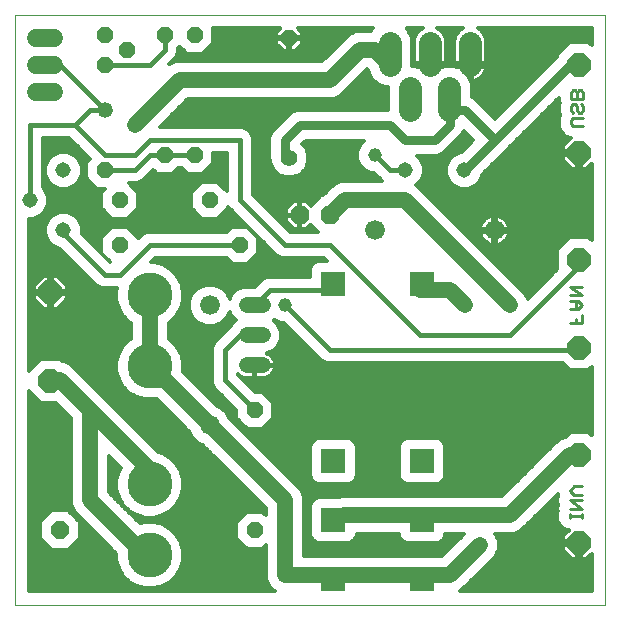
<source format=gbl>
G75*
G70*
%OFA0B0*%
%FSLAX24Y24*%
%IPPOS*%
%LPD*%
%AMOC8*
5,1,8,0,0,1.08239X$1,22.5*
%
%ADD10C,0.0000*%
%ADD11C,0.0090*%
%ADD12C,0.0520*%
%ADD13OC8,0.0520*%
%ADD14OC8,0.0768*%
%ADD15OC8,0.0600*%
%ADD16C,0.1500*%
%ADD17C,0.0660*%
%ADD18R,0.0827X0.0827*%
%ADD19OC8,0.0630*%
%ADD20C,0.0560*%
%ADD21OC8,0.0560*%
%ADD22C,0.0515*%
%ADD23C,0.0750*%
%ADD24C,0.0600*%
%ADD25C,0.0520*%
%ADD26C,0.0150*%
%ADD27C,0.0120*%
%ADD28C,0.0460*%
%ADD29C,0.0540*%
%ADD30C,0.0300*%
D10*
X000776Y000605D02*
X000776Y020290D01*
X020461Y020290D01*
X020461Y000605D01*
X000776Y000605D01*
D11*
X019271Y003522D02*
X019271Y003659D01*
X019271Y003590D02*
X019681Y003590D01*
X019681Y003522D02*
X019681Y003659D01*
X019681Y003829D02*
X019271Y004102D01*
X019681Y004102D01*
X019681Y004289D02*
X019408Y004289D01*
X019271Y004426D01*
X019408Y004563D01*
X019681Y004563D01*
X019681Y003829D02*
X019271Y003829D01*
X019271Y010019D02*
X019681Y010019D01*
X019681Y010292D01*
X019545Y010479D02*
X019681Y010616D01*
X019545Y010752D01*
X019271Y010752D01*
X019271Y010939D02*
X019681Y010939D01*
X019271Y011213D01*
X019681Y011213D01*
X019476Y010752D02*
X019476Y010479D01*
X019545Y010479D02*
X019271Y010479D01*
X019476Y010155D02*
X019476Y010019D01*
X019389Y016569D02*
X019321Y016637D01*
X019321Y016774D01*
X019389Y016842D01*
X019731Y016842D01*
X019663Y017029D02*
X019595Y017029D01*
X019526Y017097D01*
X019526Y017234D01*
X019458Y017302D01*
X019389Y017302D01*
X019321Y017234D01*
X019321Y017097D01*
X019389Y017029D01*
X019663Y017029D02*
X019731Y017097D01*
X019731Y017234D01*
X019663Y017302D01*
X019731Y017489D02*
X019731Y017694D01*
X019663Y017763D01*
X019595Y017763D01*
X019526Y017694D01*
X019526Y017489D01*
X019321Y017489D02*
X019321Y017694D01*
X019389Y017763D01*
X019458Y017763D01*
X019526Y017694D01*
X019321Y017489D02*
X019731Y017489D01*
X019731Y016569D02*
X019389Y016569D01*
D12*
X009036Y010605D02*
X008516Y010605D01*
X008516Y009605D02*
X009036Y009605D01*
X009036Y008605D02*
X008516Y008605D01*
D13*
X008776Y007105D03*
X008776Y003105D03*
X008276Y012605D03*
X007276Y014105D03*
X006776Y015605D03*
X005776Y015605D03*
X004276Y014105D03*
X003776Y015105D03*
X004276Y012605D03*
X003776Y018605D03*
X004526Y019105D03*
X003776Y019605D03*
X005776Y019605D03*
X006776Y019605D03*
D14*
X001965Y011034D03*
X001965Y008081D03*
X019587Y009176D03*
X019587Y012128D03*
X019587Y015676D03*
X019587Y018628D03*
X019587Y005628D03*
X019587Y002676D03*
D15*
X002276Y003105D03*
D16*
X005276Y002274D03*
X005276Y004636D03*
X005276Y008573D03*
X005276Y010935D03*
D17*
X007276Y010605D03*
X007276Y006605D03*
X012776Y013105D03*
X016776Y013105D03*
D18*
X014351Y011317D03*
X011398Y011317D03*
X011398Y005412D03*
X011398Y003443D03*
X011398Y001475D03*
X014351Y001475D03*
X014351Y003443D03*
X014351Y005412D03*
D19*
X011276Y013605D03*
X010276Y013605D03*
D20*
X009926Y015505D03*
D21*
X009926Y019505D03*
D22*
X013792Y015105D03*
X015760Y015105D03*
X002398Y015105D03*
X001276Y014105D03*
X002398Y013105D03*
D23*
X013276Y018605D02*
X013276Y019355D01*
X014616Y019355D02*
X014616Y018605D01*
X013946Y017855D02*
X013946Y017105D01*
X015266Y017105D02*
X015266Y017855D01*
X015956Y018605D02*
X015956Y019355D01*
D24*
X002076Y019505D02*
X001476Y019505D01*
X001476Y018605D02*
X002076Y018605D01*
X002076Y017705D02*
X001476Y017705D01*
D25*
X003776Y017105D03*
D26*
X002276Y018605D01*
X001776Y018605D01*
X003276Y017105D02*
X003776Y017105D01*
X003276Y017105D02*
X002776Y016605D01*
X003776Y015605D01*
X004776Y015605D01*
X005276Y016105D01*
X008276Y016105D01*
X008276Y014105D01*
X009776Y012605D01*
X011276Y012605D01*
X014276Y009605D01*
X017276Y009605D01*
X019776Y012105D01*
X019587Y012128D01*
X019587Y009176D02*
X019276Y009105D01*
X011276Y009105D01*
X009776Y010605D01*
X009276Y011105D02*
X011276Y011105D01*
X011398Y011317D01*
X009276Y011105D02*
X008776Y010605D01*
X008776Y009605D02*
X008276Y009605D01*
X007776Y009105D01*
X007776Y008105D01*
X008776Y007105D01*
X004276Y011605D02*
X005276Y012605D01*
X008276Y012605D01*
X006776Y015605D02*
X005776Y015605D01*
X005276Y015605D01*
X004776Y015105D01*
X003776Y015105D01*
X002776Y016605D02*
X001276Y016605D01*
X001276Y014105D01*
X002276Y013105D02*
X002398Y013105D01*
X002276Y013105D02*
X003776Y011605D01*
X004276Y011605D01*
X003776Y018605D02*
X005276Y018605D01*
X005776Y019105D01*
X005776Y019605D01*
X012776Y015605D02*
X013276Y015105D01*
X013792Y015105D01*
D27*
X014378Y015304D02*
X015175Y015304D01*
X015143Y015228D02*
X015143Y014982D01*
X015237Y014755D01*
X015411Y014581D01*
X015637Y014487D01*
X015883Y014487D01*
X016110Y014581D01*
X016284Y014755D01*
X016378Y014982D01*
X016378Y014985D01*
X017208Y015816D01*
X018916Y017524D01*
X018916Y017409D01*
X018936Y017362D01*
X018916Y017315D01*
X018916Y017178D01*
X018916Y017017D01*
X018950Y016936D01*
X018916Y016854D01*
X018916Y016693D01*
X018916Y016556D01*
X018978Y016408D01*
X019092Y016294D01*
X019160Y016225D01*
X019307Y016164D01*
X019043Y015901D01*
X019043Y015736D01*
X019527Y015736D01*
X019527Y015616D01*
X019043Y015616D01*
X019043Y015450D01*
X019362Y015132D01*
X019527Y015132D01*
X019527Y015615D01*
X019647Y015615D01*
X019647Y015132D01*
X019812Y015132D01*
X020001Y015321D01*
X020001Y012766D01*
X019895Y012872D01*
X019279Y012872D01*
X018843Y012436D01*
X018843Y011820D01*
X018860Y011804D01*
X017871Y010815D01*
X017810Y010962D01*
X014310Y014462D01*
X014166Y014606D01*
X014315Y014755D01*
X014409Y014982D01*
X014409Y015228D01*
X014315Y015454D01*
X014175Y015595D01*
X014675Y015595D01*
X014878Y015595D01*
X015065Y015672D01*
X015565Y016172D01*
X015708Y016316D01*
X015748Y016412D01*
X016055Y016105D01*
X015672Y015722D01*
X015637Y015722D01*
X015411Y015628D01*
X015237Y015454D01*
X015143Y015228D01*
X015143Y015186D02*
X014409Y015186D01*
X014409Y015067D02*
X015143Y015067D01*
X015157Y014948D02*
X014395Y014948D01*
X014346Y014830D02*
X015206Y014830D01*
X015280Y014711D02*
X014272Y014711D01*
X014179Y014593D02*
X015399Y014593D01*
X014772Y014000D02*
X020001Y014000D01*
X020001Y013882D02*
X014890Y013882D01*
X015009Y013763D02*
X020001Y013763D01*
X020001Y013644D02*
X015127Y013644D01*
X015246Y013526D02*
X016524Y013526D01*
X016519Y013524D02*
X016457Y013478D01*
X016402Y013424D01*
X016357Y013362D01*
X016322Y013293D01*
X016298Y013219D01*
X016288Y013155D01*
X016726Y013155D01*
X016726Y013593D01*
X016661Y013583D01*
X016588Y013559D01*
X016519Y013524D01*
X016390Y013407D02*
X015364Y013407D01*
X015483Y013289D02*
X016321Y013289D01*
X016290Y013170D02*
X015601Y013170D01*
X015720Y013052D02*
X016288Y013052D01*
X016288Y013055D02*
X016298Y012990D01*
X016322Y012917D01*
X016357Y012848D01*
X016402Y012786D01*
X016457Y012731D01*
X016519Y012686D01*
X016588Y012651D01*
X016661Y012627D01*
X016726Y012617D01*
X016726Y013054D01*
X016826Y013054D01*
X016826Y012617D01*
X016891Y012627D01*
X016964Y012651D01*
X017033Y012686D01*
X017095Y012731D01*
X017150Y012786D01*
X017195Y012848D01*
X017230Y012917D01*
X017254Y012990D01*
X017264Y013055D01*
X016826Y013055D01*
X016826Y013155D01*
X016726Y013155D01*
X016726Y013055D01*
X016288Y013055D01*
X016317Y012933D02*
X015838Y012933D01*
X015957Y012815D02*
X016381Y012815D01*
X016505Y012696D02*
X016076Y012696D01*
X016194Y012578D02*
X018984Y012578D01*
X018866Y012459D02*
X016313Y012459D01*
X016431Y012341D02*
X018843Y012341D01*
X018843Y012222D02*
X016550Y012222D01*
X016668Y012103D02*
X018843Y012103D01*
X018843Y011985D02*
X016787Y011985D01*
X016905Y011866D02*
X018843Y011866D01*
X018804Y011748D02*
X017024Y011748D01*
X017142Y011629D02*
X018685Y011629D01*
X018567Y011511D02*
X017261Y011511D01*
X017380Y011392D02*
X018448Y011392D01*
X018330Y011274D02*
X017498Y011274D01*
X017617Y011155D02*
X018211Y011155D01*
X018093Y011037D02*
X017735Y011037D01*
X017828Y010918D02*
X017974Y010918D01*
X017047Y012696D02*
X019103Y012696D01*
X019221Y012815D02*
X017171Y012815D01*
X017236Y012933D02*
X020001Y012933D01*
X020001Y012815D02*
X019953Y012815D01*
X020001Y013052D02*
X017264Y013052D01*
X017264Y013155D02*
X017254Y013219D01*
X017230Y013293D01*
X017195Y013362D01*
X017150Y013424D01*
X017095Y013478D01*
X017033Y013524D01*
X016964Y013559D01*
X016891Y013583D01*
X016826Y013593D01*
X016826Y013155D01*
X017264Y013155D01*
X017262Y013170D02*
X020001Y013170D01*
X020001Y013289D02*
X017231Y013289D01*
X017162Y013407D02*
X020001Y013407D01*
X020001Y013526D02*
X017029Y013526D01*
X016826Y013526D02*
X016726Y013526D01*
X016726Y013407D02*
X016826Y013407D01*
X016826Y013289D02*
X016726Y013289D01*
X016726Y013170D02*
X016826Y013170D01*
X016826Y013052D02*
X016726Y013052D01*
X016726Y012933D02*
X016826Y012933D01*
X016826Y012815D02*
X016726Y012815D01*
X016726Y012696D02*
X016826Y012696D01*
X016122Y014593D02*
X020001Y014593D01*
X020001Y014711D02*
X016240Y014711D01*
X016315Y014830D02*
X020001Y014830D01*
X020001Y014948D02*
X016364Y014948D01*
X016460Y015067D02*
X020001Y015067D01*
X020001Y015186D02*
X019866Y015186D01*
X019985Y015304D02*
X020001Y015304D01*
X019647Y015304D02*
X019527Y015304D01*
X019527Y015186D02*
X019647Y015186D01*
X019647Y015423D02*
X019527Y015423D01*
X019527Y015541D02*
X019647Y015541D01*
X019527Y015660D02*
X017052Y015660D01*
X016934Y015541D02*
X019043Y015541D01*
X019071Y015423D02*
X016815Y015423D01*
X016697Y015304D02*
X019189Y015304D01*
X019308Y015186D02*
X016578Y015186D01*
X017171Y015778D02*
X019043Y015778D01*
X019043Y015897D02*
X017289Y015897D01*
X017408Y016015D02*
X019158Y016015D01*
X019276Y016134D02*
X017526Y016134D01*
X017645Y016252D02*
X019133Y016252D01*
X019014Y016371D02*
X017764Y016371D01*
X017882Y016490D02*
X018944Y016490D01*
X018916Y016608D02*
X018001Y016608D01*
X018119Y016727D02*
X018916Y016727D01*
X018916Y016845D02*
X018238Y016845D01*
X018356Y016964D02*
X018938Y016964D01*
X018916Y017082D02*
X018475Y017082D01*
X018593Y017201D02*
X018916Y017201D01*
X018918Y017319D02*
X018712Y017319D01*
X018830Y017438D02*
X018916Y017438D01*
X018099Y018149D02*
X016239Y018149D01*
X016236Y018147D02*
X016305Y018197D01*
X016364Y018256D01*
X016414Y018324D01*
X016452Y018399D01*
X016478Y018479D01*
X016488Y018545D01*
X016016Y018545D01*
X016016Y018665D01*
X016491Y018665D01*
X016491Y019397D01*
X016478Y019480D01*
X016452Y019560D01*
X016414Y019635D01*
X016364Y019703D01*
X016305Y019763D01*
X016236Y019812D01*
X016202Y019830D01*
X020001Y019830D01*
X020001Y019266D01*
X019895Y019372D01*
X019279Y019372D01*
X018843Y018936D01*
X018843Y018893D01*
X016776Y016826D01*
X016208Y017394D01*
X016065Y017537D01*
X016001Y017564D01*
X016001Y018001D01*
X015896Y018254D01*
X015896Y018545D01*
X015521Y018545D01*
X015412Y018590D01*
X015120Y018590D01*
X015011Y018545D01*
X014676Y018545D01*
X014676Y018665D01*
X015151Y018665D01*
X015151Y019397D01*
X015138Y019480D01*
X015112Y019560D01*
X015074Y019635D01*
X015024Y019703D01*
X014965Y019763D01*
X014896Y019812D01*
X014862Y019830D01*
X015710Y019830D01*
X015676Y019812D01*
X015608Y019763D01*
X015548Y019703D01*
X015499Y019635D01*
X015460Y019560D01*
X015434Y019480D01*
X015421Y019397D01*
X015421Y018665D01*
X015896Y018665D01*
X015896Y018545D01*
X016016Y018545D01*
X016016Y018073D01*
X016081Y018083D01*
X016161Y018109D01*
X016236Y018147D01*
X016372Y018268D02*
X018218Y018268D01*
X018336Y018386D02*
X016445Y018386D01*
X016482Y018505D02*
X018455Y018505D01*
X018573Y018623D02*
X016016Y018623D01*
X016016Y018505D02*
X015896Y018505D01*
X015896Y018623D02*
X014676Y018623D01*
X014556Y018623D02*
X014011Y018623D01*
X014011Y018590D02*
X014011Y019501D01*
X013899Y019771D01*
X013840Y019830D01*
X014370Y019830D01*
X014336Y019812D01*
X014268Y019763D01*
X014208Y019703D01*
X014159Y019635D01*
X014120Y019560D01*
X014094Y019480D01*
X014081Y019397D01*
X014081Y018665D01*
X014556Y018665D01*
X014556Y018545D01*
X014201Y018545D01*
X014092Y018590D01*
X014011Y018590D01*
X014011Y018742D02*
X014081Y018742D01*
X014081Y018860D02*
X014011Y018860D01*
X014011Y018979D02*
X014081Y018979D01*
X014081Y019097D02*
X014011Y019097D01*
X014011Y019216D02*
X014081Y019216D01*
X014081Y019335D02*
X014011Y019335D01*
X014011Y019453D02*
X014090Y019453D01*
X014126Y019572D02*
X013982Y019572D01*
X013933Y019690D02*
X014199Y019690D01*
X014331Y019809D02*
X013861Y019809D01*
X014901Y019809D02*
X015671Y019809D01*
X015539Y019690D02*
X015034Y019690D01*
X015106Y019572D02*
X015466Y019572D01*
X015430Y019453D02*
X015142Y019453D01*
X015151Y019335D02*
X015421Y019335D01*
X015421Y019216D02*
X015151Y019216D01*
X015151Y019097D02*
X015421Y019097D01*
X015421Y018979D02*
X015151Y018979D01*
X015151Y018860D02*
X015421Y018860D01*
X015421Y018742D02*
X015151Y018742D01*
X015896Y018386D02*
X016016Y018386D01*
X016016Y018268D02*
X015896Y018268D01*
X015940Y018149D02*
X016016Y018149D01*
X015989Y018031D02*
X017981Y018031D01*
X017862Y017912D02*
X016001Y017912D01*
X016001Y017794D02*
X017744Y017794D01*
X017625Y017675D02*
X016001Y017675D01*
X016018Y017556D02*
X017507Y017556D01*
X017388Y017438D02*
X016164Y017438D01*
X016283Y017319D02*
X017269Y017319D01*
X017151Y017201D02*
X016401Y017201D01*
X016520Y017082D02*
X017032Y017082D01*
X016914Y016964D02*
X016638Y016964D01*
X016757Y016845D02*
X016795Y016845D01*
X016026Y016134D02*
X015526Y016134D01*
X015408Y016015D02*
X015965Y016015D01*
X015847Y015897D02*
X015289Y015897D01*
X015171Y015778D02*
X015728Y015778D01*
X015487Y015660D02*
X015034Y015660D01*
X015224Y015423D02*
X014328Y015423D01*
X014229Y015541D02*
X015324Y015541D01*
X015645Y016252D02*
X015907Y016252D01*
X015789Y016371D02*
X015731Y016371D01*
X014297Y014474D02*
X020001Y014474D01*
X020001Y014356D02*
X014416Y014356D01*
X014534Y014237D02*
X020001Y014237D01*
X020001Y014119D02*
X014653Y014119D01*
X013033Y014735D02*
X011901Y014735D01*
X011651Y014735D01*
X011419Y014639D01*
X011060Y014280D01*
X010996Y014280D01*
X010635Y013918D01*
X010473Y014080D01*
X010296Y014080D01*
X010296Y013625D01*
X010256Y013625D01*
X010256Y014080D01*
X010079Y014080D01*
X009801Y013801D01*
X009801Y013625D01*
X010256Y013625D01*
X010256Y013585D01*
X009801Y013585D01*
X009801Y013408D01*
X010079Y013130D01*
X010256Y013130D01*
X010256Y013584D01*
X010296Y013584D01*
X010296Y013130D01*
X010473Y013130D01*
X010635Y013292D01*
X010887Y013040D01*
X009956Y013040D01*
X008711Y014285D01*
X008711Y016018D01*
X008711Y016191D01*
X008645Y016351D01*
X008522Y016473D01*
X008363Y016540D01*
X005602Y016540D01*
X006537Y017475D01*
X011151Y017475D01*
X011401Y017475D01*
X011633Y017571D01*
X012526Y018464D01*
X012548Y018442D01*
X012653Y018188D01*
X012860Y017982D01*
X013130Y017870D01*
X013211Y017870D01*
X013211Y017115D01*
X013175Y017115D01*
X010175Y017115D01*
X009987Y017037D01*
X009844Y016894D01*
X009344Y016394D01*
X009266Y016206D01*
X009266Y016003D01*
X009266Y015655D01*
X009256Y015604D01*
X009266Y015554D01*
X009266Y015503D01*
X009286Y015456D01*
X009286Y015454D01*
X009286Y015377D01*
X009384Y015142D01*
X009564Y014962D01*
X009799Y014865D01*
X010053Y014865D01*
X010289Y014962D01*
X010469Y015142D01*
X010566Y015377D01*
X010566Y015632D01*
X010469Y015867D01*
X010364Y015972D01*
X010487Y016095D01*
X012432Y016095D01*
X012276Y015939D01*
X012186Y015722D01*
X012186Y015487D01*
X012276Y015271D01*
X012442Y015105D01*
X012659Y015015D01*
X012751Y015015D01*
X012907Y014858D01*
X013030Y014736D01*
X013033Y014735D01*
X012936Y014830D02*
X008711Y014830D01*
X008711Y014948D02*
X009597Y014948D01*
X009459Y015067D02*
X008711Y015067D01*
X008711Y015186D02*
X009366Y015186D01*
X009316Y015304D02*
X008711Y015304D01*
X008711Y015423D02*
X009286Y015423D01*
X009266Y015541D02*
X008711Y015541D01*
X008711Y015660D02*
X009266Y015660D01*
X009266Y015778D02*
X008711Y015778D01*
X008711Y015897D02*
X009266Y015897D01*
X009266Y016015D02*
X008711Y016015D01*
X008711Y016134D02*
X009266Y016134D01*
X009285Y016252D02*
X008686Y016252D01*
X008625Y016371D02*
X009334Y016371D01*
X009440Y016490D02*
X008484Y016490D01*
X007841Y015670D02*
X007841Y014416D01*
X007533Y014725D01*
X007019Y014725D01*
X006656Y014361D01*
X006656Y013848D01*
X007019Y013485D01*
X007533Y013485D01*
X007896Y013848D01*
X007896Y013886D01*
X007907Y013858D01*
X008030Y013736D01*
X009530Y012236D01*
X009689Y012170D01*
X009863Y012170D01*
X011096Y012170D01*
X011175Y012091D01*
X010913Y012091D01*
X010781Y012036D01*
X010680Y011935D01*
X010625Y011802D01*
X010625Y011540D01*
X009189Y011540D01*
X009030Y011473D01*
X008907Y011351D01*
X008781Y011225D01*
X008393Y011225D01*
X008165Y011130D01*
X007990Y010956D01*
X007934Y010819D01*
X007861Y010996D01*
X007667Y011190D01*
X007413Y011295D01*
X007139Y011295D01*
X006885Y011190D01*
X006691Y010996D01*
X006586Y010742D01*
X006586Y010467D01*
X006691Y010214D01*
X006885Y010020D01*
X007139Y009915D01*
X007413Y009915D01*
X007667Y010020D01*
X007861Y010214D01*
X007934Y010390D01*
X007990Y010254D01*
X008139Y010105D01*
X007990Y009956D01*
X007975Y009919D01*
X007907Y009851D01*
X005906Y009851D01*
X005906Y009733D02*
X007789Y009733D01*
X007907Y009851D02*
X007407Y009351D01*
X007341Y009191D01*
X007341Y009018D01*
X007341Y008018D01*
X007407Y007858D01*
X007530Y007736D01*
X008156Y007110D01*
X008156Y006848D01*
X008519Y006485D01*
X009033Y006485D01*
X009396Y006848D01*
X009396Y007361D01*
X009033Y007725D01*
X008771Y007725D01*
X008211Y008285D01*
X008211Y008316D01*
X008242Y008284D01*
X008296Y008246D01*
X008355Y008216D01*
X008418Y008195D01*
X008483Y008185D01*
X008756Y008185D01*
X008756Y008584D01*
X008796Y008584D01*
X008796Y008185D01*
X009069Y008185D01*
X009134Y008195D01*
X009197Y008216D01*
X009256Y008246D01*
X009310Y008284D01*
X009356Y008331D01*
X009395Y008385D01*
X009425Y008443D01*
X009446Y008506D01*
X009456Y008572D01*
X009456Y008585D01*
X008796Y008585D01*
X008796Y008625D01*
X009456Y008625D01*
X009456Y008638D01*
X009446Y008703D01*
X009425Y008766D01*
X009395Y008825D01*
X009356Y008878D01*
X009310Y008925D01*
X009256Y008964D01*
X009197Y008994D01*
X009188Y008997D01*
X009387Y009079D01*
X009562Y009254D01*
X009656Y009481D01*
X009656Y009728D01*
X009562Y009956D01*
X009413Y010105D01*
X009427Y010119D01*
X009442Y010105D01*
X009659Y010015D01*
X009751Y010015D01*
X011030Y008736D01*
X011189Y008670D01*
X011363Y008670D01*
X019041Y008670D01*
X019279Y008432D01*
X019895Y008432D01*
X020001Y008538D01*
X020001Y006266D01*
X019895Y006372D01*
X019279Y006372D01*
X019135Y006228D01*
X019128Y006225D01*
X019103Y006223D01*
X019013Y006178D01*
X018919Y006139D01*
X018902Y006121D01*
X018880Y006110D01*
X018814Y006033D01*
X017015Y004235D01*
X014401Y004235D01*
X014388Y004235D01*
X014375Y004239D01*
X014263Y004235D01*
X011898Y004235D01*
X011894Y004236D01*
X011773Y004235D01*
X011651Y004235D01*
X011647Y004233D01*
X011644Y004233D01*
X011605Y004217D01*
X010913Y004217D01*
X010781Y004162D01*
X010680Y004061D01*
X010625Y003928D01*
X010625Y002958D01*
X010680Y002826D01*
X010781Y002725D01*
X010913Y002670D01*
X011883Y002670D01*
X012015Y002725D01*
X012117Y002826D01*
X012171Y002958D01*
X012171Y002975D01*
X013577Y002975D01*
X013577Y002958D01*
X013632Y002826D01*
X013734Y002725D01*
X013866Y002670D01*
X014836Y002670D01*
X014968Y002725D01*
X015069Y002826D01*
X015124Y002958D01*
X015124Y002975D01*
X015755Y002975D01*
X015015Y002235D01*
X014868Y002235D01*
X014836Y002248D01*
X013866Y002248D01*
X013833Y002235D01*
X011916Y002235D01*
X011883Y002248D01*
X010913Y002248D01*
X010881Y002235D01*
X010406Y002235D01*
X010406Y004230D01*
X010310Y004462D01*
X010133Y004639D01*
X007921Y006851D01*
X007861Y006996D01*
X007667Y007190D01*
X007522Y007250D01*
X006377Y008394D01*
X006386Y008427D01*
X006386Y008719D01*
X006310Y009002D01*
X006164Y009255D01*
X005958Y009461D01*
X005906Y009491D01*
X005906Y010017D01*
X005958Y010047D01*
X006164Y010254D01*
X006310Y010507D01*
X006386Y010789D01*
X006386Y011082D01*
X006310Y011364D01*
X006164Y011617D01*
X005958Y011824D01*
X005704Y011970D01*
X005422Y012045D01*
X005332Y012045D01*
X005456Y012170D01*
X007834Y012170D01*
X008019Y011985D01*
X005648Y011985D01*
X005884Y011866D02*
X010651Y011866D01*
X010625Y011748D02*
X006033Y011748D01*
X006152Y011629D02*
X010625Y011629D01*
X010730Y011985D02*
X008533Y011985D01*
X008896Y012348D01*
X008896Y012861D01*
X008533Y013225D01*
X008019Y013225D01*
X007834Y013040D01*
X005189Y013040D01*
X005030Y012973D01*
X004907Y012851D01*
X004896Y012840D01*
X004896Y012861D01*
X004533Y013225D01*
X004019Y013225D01*
X003656Y012861D01*
X003656Y012348D01*
X003964Y012040D01*
X003956Y012040D01*
X003015Y012981D01*
X003016Y012982D01*
X003016Y013228D01*
X002922Y013454D01*
X002748Y013628D01*
X002521Y013722D01*
X002275Y013722D01*
X002048Y013628D01*
X001875Y013454D01*
X001781Y013228D01*
X001781Y012982D01*
X001875Y012755D01*
X002048Y012581D01*
X002275Y012487D01*
X002278Y012487D01*
X003530Y011236D01*
X003689Y011170D01*
X003863Y011170D01*
X004189Y011170D01*
X004190Y011170D01*
X004166Y011082D01*
X004166Y010789D01*
X004242Y010507D01*
X004388Y010254D01*
X004594Y010047D01*
X004646Y010017D01*
X004646Y009491D01*
X004594Y009461D01*
X004388Y009255D01*
X004242Y009002D01*
X004166Y008719D01*
X004166Y008427D01*
X004242Y008145D01*
X004388Y007892D01*
X004594Y007685D01*
X004848Y007539D01*
X005130Y007463D01*
X005422Y007463D01*
X005465Y007475D01*
X005515Y007475D01*
X006631Y006359D01*
X006691Y006214D01*
X006885Y006020D01*
X007030Y005960D01*
X009146Y003844D01*
X009146Y003611D01*
X009033Y003725D01*
X008519Y003725D01*
X008156Y003361D01*
X008156Y002848D01*
X008519Y002485D01*
X009033Y002485D01*
X009146Y002598D01*
X009146Y001730D01*
X009146Y001479D01*
X009242Y001248D01*
X009419Y001071D01*
X009434Y001065D01*
X001236Y001065D01*
X001236Y007758D01*
X001657Y007337D01*
X002153Y007337D01*
X002646Y006844D01*
X002646Y003979D01*
X002742Y003748D01*
X002919Y003571D01*
X004166Y002324D01*
X004166Y002128D01*
X004242Y001846D01*
X004388Y001592D01*
X004594Y001386D01*
X004848Y001240D01*
X005130Y001164D01*
X005422Y001164D01*
X005704Y001240D01*
X005958Y001386D01*
X006164Y001592D01*
X006310Y001846D01*
X006386Y002128D01*
X006386Y002420D01*
X006310Y002702D01*
X006164Y002956D01*
X005958Y003162D01*
X005704Y003308D01*
X005422Y003384D01*
X005130Y003384D01*
X004939Y003333D01*
X003906Y004366D01*
X003906Y005584D01*
X004309Y005181D01*
X004242Y005065D01*
X004166Y004782D01*
X004166Y004490D01*
X004242Y004208D01*
X004388Y003955D01*
X004594Y003748D01*
X004848Y003602D01*
X005130Y003526D01*
X005422Y003526D01*
X005704Y003602D01*
X005958Y003748D01*
X006164Y003955D01*
X006310Y004208D01*
X006386Y004490D01*
X006386Y004782D01*
X006310Y005065D01*
X006164Y005318D01*
X005958Y005524D01*
X005704Y005671D01*
X005563Y005708D01*
X003810Y007462D01*
X003633Y007639D01*
X002793Y008479D01*
X002782Y008501D01*
X002705Y008567D01*
X002633Y008639D01*
X002610Y008648D01*
X002591Y008664D01*
X002495Y008696D01*
X002401Y008735D01*
X002377Y008735D01*
X002357Y008741D01*
X002273Y008825D01*
X001657Y008825D01*
X001236Y008404D01*
X001236Y013487D01*
X001399Y013487D01*
X001626Y013581D01*
X001799Y013755D01*
X001894Y013982D01*
X001894Y014228D01*
X001799Y014454D01*
X001711Y014543D01*
X001711Y016170D01*
X002596Y016170D01*
X003280Y015486D01*
X003156Y015361D01*
X003156Y014848D01*
X003519Y014485D01*
X003779Y014485D01*
X003656Y014361D01*
X003656Y013848D01*
X004019Y013485D01*
X004533Y013485D01*
X004896Y013848D01*
X004896Y014361D01*
X004588Y014670D01*
X004689Y014670D01*
X004863Y014670D01*
X005022Y014736D01*
X005395Y015109D01*
X005519Y014985D01*
X006033Y014985D01*
X006218Y015170D01*
X006334Y015170D01*
X006519Y014985D01*
X007033Y014985D01*
X007396Y015348D01*
X007396Y015670D01*
X007841Y015670D01*
X007841Y015660D02*
X007396Y015660D01*
X007396Y015541D02*
X007841Y015541D01*
X007841Y015423D02*
X007396Y015423D01*
X007352Y015304D02*
X007841Y015304D01*
X007841Y015186D02*
X007234Y015186D01*
X007115Y015067D02*
X007841Y015067D01*
X007841Y014948D02*
X005235Y014948D01*
X005116Y014830D02*
X007841Y014830D01*
X007841Y014711D02*
X007546Y014711D01*
X007665Y014593D02*
X007841Y014593D01*
X007841Y014474D02*
X007783Y014474D01*
X007896Y013882D02*
X007898Y013882D01*
X007811Y013763D02*
X008003Y013763D01*
X008121Y013644D02*
X007693Y013644D01*
X007574Y013526D02*
X008240Y013526D01*
X008358Y013407D02*
X002941Y013407D01*
X002990Y013289D02*
X008477Y013289D01*
X008587Y013170D02*
X008595Y013170D01*
X008706Y013052D02*
X008714Y013052D01*
X008824Y012933D02*
X008832Y012933D01*
X008896Y012815D02*
X008951Y012815D01*
X008896Y012696D02*
X009069Y012696D01*
X009188Y012578D02*
X008896Y012578D01*
X008896Y012459D02*
X009307Y012459D01*
X009425Y012341D02*
X008889Y012341D01*
X008770Y012222D02*
X009563Y012222D01*
X009120Y011511D02*
X006226Y011511D01*
X006294Y011392D02*
X008948Y011392D01*
X008830Y011274D02*
X007464Y011274D01*
X007701Y011155D02*
X008225Y011155D01*
X008071Y011037D02*
X007820Y011037D01*
X007893Y010918D02*
X007975Y010918D01*
X007961Y010325D02*
X007907Y010325D01*
X007854Y010207D02*
X008037Y010207D01*
X008123Y010088D02*
X007735Y010088D01*
X007546Y009970D02*
X008004Y009970D01*
X007670Y009614D02*
X005906Y009614D01*
X005906Y009495D02*
X007552Y009495D01*
X007433Y009377D02*
X006042Y009377D01*
X006161Y009258D02*
X007369Y009258D01*
X007341Y009140D02*
X006231Y009140D01*
X006299Y009021D02*
X007341Y009021D01*
X007341Y008903D02*
X006337Y008903D01*
X006369Y008784D02*
X007341Y008784D01*
X007341Y008666D02*
X006386Y008666D01*
X006386Y008547D02*
X007341Y008547D01*
X007341Y008429D02*
X006386Y008429D01*
X006462Y008310D02*
X007341Y008310D01*
X007341Y008191D02*
X006580Y008191D01*
X006699Y008073D02*
X007341Y008073D01*
X007367Y007954D02*
X006817Y007954D01*
X006936Y007836D02*
X007430Y007836D01*
X007530Y007736D02*
X007530Y007736D01*
X007548Y007717D02*
X007054Y007717D01*
X007173Y007599D02*
X007667Y007599D01*
X007785Y007480D02*
X007291Y007480D01*
X007410Y007362D02*
X007904Y007362D01*
X008022Y007243D02*
X007538Y007243D01*
X007732Y007125D02*
X008141Y007125D01*
X008156Y007006D02*
X007850Y007006D01*
X007906Y006888D02*
X008156Y006888D01*
X008235Y006769D02*
X008003Y006769D01*
X008121Y006650D02*
X008354Y006650D01*
X008240Y006532D02*
X008472Y006532D01*
X008358Y006413D02*
X020001Y006413D01*
X020001Y006295D02*
X019973Y006295D01*
X020001Y006532D02*
X009080Y006532D01*
X009199Y006650D02*
X020001Y006650D01*
X020001Y006769D02*
X009317Y006769D01*
X009396Y006888D02*
X020001Y006888D01*
X020001Y007006D02*
X009396Y007006D01*
X009396Y007125D02*
X020001Y007125D01*
X020001Y007243D02*
X009396Y007243D01*
X009396Y007362D02*
X020001Y007362D01*
X020001Y007480D02*
X009277Y007480D01*
X009159Y007599D02*
X020001Y007599D01*
X020001Y007717D02*
X009040Y007717D01*
X008660Y007836D02*
X020001Y007836D01*
X020001Y007954D02*
X008541Y007954D01*
X008423Y008073D02*
X020001Y008073D01*
X020001Y008191D02*
X009112Y008191D01*
X009335Y008310D02*
X020001Y008310D01*
X020001Y008429D02*
X009418Y008429D01*
X009452Y008547D02*
X019164Y008547D01*
X019045Y008666D02*
X009452Y008666D01*
X009416Y008784D02*
X010981Y008784D01*
X010863Y008903D02*
X009332Y008903D01*
X009248Y009021D02*
X010744Y009021D01*
X010626Y009140D02*
X009448Y009140D01*
X009564Y009258D02*
X010507Y009258D01*
X010389Y009377D02*
X009613Y009377D01*
X009656Y009495D02*
X010270Y009495D01*
X010152Y009614D02*
X009656Y009614D01*
X009654Y009733D02*
X010033Y009733D01*
X009914Y009851D02*
X009605Y009851D01*
X009548Y009970D02*
X009796Y009970D01*
X009481Y010088D02*
X009429Y010088D01*
X008796Y008547D02*
X008756Y008547D01*
X008756Y008429D02*
X008796Y008429D01*
X008796Y008310D02*
X008756Y008310D01*
X008756Y008191D02*
X008796Y008191D01*
X008440Y008191D02*
X008304Y008191D01*
X008217Y008310D02*
X008211Y008310D01*
X007006Y009970D02*
X005906Y009970D01*
X005999Y010088D02*
X006817Y010088D01*
X006698Y010207D02*
X006117Y010207D01*
X006205Y010325D02*
X006645Y010325D01*
X006596Y010444D02*
X006274Y010444D01*
X006325Y010562D02*
X006586Y010562D01*
X006586Y010681D02*
X006357Y010681D01*
X006386Y010799D02*
X006610Y010799D01*
X006659Y010918D02*
X006386Y010918D01*
X006386Y011037D02*
X006732Y011037D01*
X006851Y011155D02*
X006366Y011155D01*
X006335Y011274D02*
X007088Y011274D01*
X007901Y012103D02*
X005390Y012103D01*
X004907Y012851D02*
X004907Y012851D01*
X004989Y012933D02*
X004824Y012933D01*
X004706Y013052D02*
X007846Y013052D01*
X007965Y013170D02*
X004587Y013170D01*
X004574Y013526D02*
X006978Y013526D01*
X006859Y013644D02*
X004693Y013644D01*
X004811Y013763D02*
X006741Y013763D01*
X006656Y013882D02*
X004896Y013882D01*
X004896Y014000D02*
X006656Y014000D01*
X006656Y014119D02*
X004896Y014119D01*
X004896Y014237D02*
X006656Y014237D01*
X006656Y014356D02*
X004896Y014356D01*
X004783Y014474D02*
X006769Y014474D01*
X006887Y014593D02*
X004665Y014593D01*
X004963Y014711D02*
X007006Y014711D01*
X006437Y015067D02*
X006115Y015067D01*
X005437Y015067D02*
X005353Y015067D01*
X003769Y014474D02*
X001780Y014474D01*
X001840Y014356D02*
X003656Y014356D01*
X003656Y014237D02*
X001890Y014237D01*
X001894Y014119D02*
X003656Y014119D01*
X003656Y014000D02*
X001894Y014000D01*
X001852Y013882D02*
X003656Y013882D01*
X003741Y013763D02*
X001803Y013763D01*
X001689Y013644D02*
X002088Y013644D01*
X001946Y013526D02*
X001492Y013526D01*
X001236Y013407D02*
X001855Y013407D01*
X001806Y013289D02*
X001236Y013289D01*
X001236Y013170D02*
X001781Y013170D01*
X001781Y013052D02*
X001236Y013052D01*
X001236Y012933D02*
X001801Y012933D01*
X001850Y012815D02*
X001236Y012815D01*
X001236Y012696D02*
X001933Y012696D01*
X002057Y012578D02*
X001236Y012578D01*
X001236Y012459D02*
X002307Y012459D01*
X002425Y012341D02*
X001236Y012341D01*
X001236Y012222D02*
X002544Y012222D01*
X002662Y012103D02*
X001236Y012103D01*
X001236Y011985D02*
X002781Y011985D01*
X002899Y011866D02*
X001236Y011866D01*
X001236Y011748D02*
X003018Y011748D01*
X003136Y011629D02*
X001236Y011629D01*
X001236Y011511D02*
X001673Y011511D01*
X001740Y011578D02*
X001421Y011259D01*
X001421Y011094D01*
X001905Y011094D01*
X001905Y011578D01*
X001740Y011578D01*
X001905Y011511D02*
X002025Y011511D01*
X002025Y011578D02*
X002025Y011094D01*
X001905Y011094D01*
X001905Y010974D01*
X001421Y010974D01*
X001421Y010809D01*
X001740Y010490D01*
X001905Y010490D01*
X001905Y010974D01*
X002025Y010974D01*
X002025Y011094D01*
X002509Y011094D01*
X002509Y011259D01*
X002190Y011578D01*
X002025Y011578D01*
X002025Y011392D02*
X001905Y011392D01*
X001905Y011274D02*
X002025Y011274D01*
X002025Y011155D02*
X001905Y011155D01*
X001905Y011037D02*
X001236Y011037D01*
X001236Y011155D02*
X001421Y011155D01*
X001436Y011274D02*
X001236Y011274D01*
X001236Y011392D02*
X001554Y011392D01*
X002025Y011037D02*
X004166Y011037D01*
X004166Y010918D02*
X002509Y010918D01*
X002509Y010974D02*
X002025Y010974D01*
X002025Y010490D01*
X002190Y010490D01*
X002509Y010809D01*
X002509Y010974D01*
X002500Y010799D02*
X004166Y010799D01*
X004195Y010681D02*
X002381Y010681D01*
X002263Y010562D02*
X004227Y010562D01*
X004278Y010444D02*
X001236Y010444D01*
X001236Y010562D02*
X001667Y010562D01*
X001549Y010681D02*
X001236Y010681D01*
X001236Y010799D02*
X001430Y010799D01*
X001421Y010918D02*
X001236Y010918D01*
X001236Y010325D02*
X004347Y010325D01*
X004435Y010207D02*
X001236Y010207D01*
X001236Y010088D02*
X004554Y010088D01*
X004646Y009970D02*
X001236Y009970D01*
X001236Y009851D02*
X004646Y009851D01*
X004646Y009733D02*
X001236Y009733D01*
X001236Y009614D02*
X004646Y009614D01*
X004646Y009495D02*
X001236Y009495D01*
X001236Y009377D02*
X004510Y009377D01*
X004391Y009258D02*
X001236Y009258D01*
X001236Y009140D02*
X004321Y009140D01*
X004253Y009021D02*
X001236Y009021D01*
X001236Y008903D02*
X004215Y008903D01*
X004183Y008784D02*
X002314Y008784D01*
X002587Y008666D02*
X004166Y008666D01*
X004166Y008547D02*
X002728Y008547D01*
X002843Y008429D02*
X004166Y008429D01*
X004197Y008310D02*
X002962Y008310D01*
X003080Y008191D02*
X004229Y008191D01*
X004283Y008073D02*
X003199Y008073D01*
X003317Y007954D02*
X004352Y007954D01*
X004444Y007836D02*
X003436Y007836D01*
X003554Y007717D02*
X004562Y007717D01*
X004744Y007599D02*
X003673Y007599D01*
X003791Y007480D02*
X005066Y007480D01*
X005628Y007362D02*
X003910Y007362D01*
X004029Y007243D02*
X005747Y007243D01*
X005865Y007125D02*
X004147Y007125D01*
X004266Y007006D02*
X005984Y007006D01*
X006102Y006888D02*
X004384Y006888D01*
X004503Y006769D02*
X006221Y006769D01*
X006339Y006650D02*
X004621Y006650D01*
X004740Y006532D02*
X006458Y006532D01*
X006576Y006413D02*
X004858Y006413D01*
X004977Y006295D02*
X006658Y006295D01*
X006729Y006176D02*
X005095Y006176D01*
X005214Y006058D02*
X006847Y006058D01*
X007051Y005939D02*
X005333Y005939D01*
X005451Y005821D02*
X007169Y005821D01*
X007288Y005702D02*
X005587Y005702D01*
X005855Y005584D02*
X007406Y005584D01*
X007525Y005465D02*
X006017Y005465D01*
X006136Y005346D02*
X007643Y005346D01*
X007762Y005228D02*
X006216Y005228D01*
X006285Y005109D02*
X007880Y005109D01*
X007999Y004991D02*
X006330Y004991D01*
X006362Y004872D02*
X008118Y004872D01*
X008236Y004754D02*
X006386Y004754D01*
X006386Y004635D02*
X008355Y004635D01*
X008473Y004517D02*
X006386Y004517D01*
X006361Y004398D02*
X008592Y004398D01*
X008710Y004280D02*
X006330Y004280D01*
X006283Y004161D02*
X008829Y004161D01*
X008947Y004042D02*
X006215Y004042D01*
X006134Y003924D02*
X009066Y003924D01*
X009146Y003805D02*
X006015Y003805D01*
X005852Y003687D02*
X008481Y003687D01*
X008363Y003568D02*
X005579Y003568D01*
X005619Y003331D02*
X008156Y003331D01*
X008156Y003213D02*
X005870Y003213D01*
X006026Y003094D02*
X008156Y003094D01*
X008156Y002976D02*
X006144Y002976D01*
X006221Y002857D02*
X008156Y002857D01*
X008265Y002739D02*
X006290Y002739D01*
X006333Y002620D02*
X008384Y002620D01*
X008503Y002501D02*
X006364Y002501D01*
X006386Y002383D02*
X009146Y002383D01*
X009146Y002501D02*
X009049Y002501D01*
X009146Y002264D02*
X006386Y002264D01*
X006386Y002146D02*
X009146Y002146D01*
X009146Y002027D02*
X006359Y002027D01*
X006327Y001909D02*
X009146Y001909D01*
X009146Y001790D02*
X006278Y001790D01*
X006210Y001672D02*
X009146Y001672D01*
X009146Y001553D02*
X006125Y001553D01*
X006006Y001435D02*
X009165Y001435D01*
X009214Y001316D02*
X005837Y001316D01*
X005547Y001197D02*
X009292Y001197D01*
X009411Y001079D02*
X001236Y001079D01*
X001236Y001197D02*
X005005Y001197D01*
X004715Y001316D02*
X001236Y001316D01*
X001236Y001435D02*
X004546Y001435D01*
X004427Y001553D02*
X001236Y001553D01*
X001236Y001672D02*
X004342Y001672D01*
X004274Y001790D02*
X001236Y001790D01*
X001236Y001909D02*
X004225Y001909D01*
X004193Y002027D02*
X001236Y002027D01*
X001236Y002146D02*
X004166Y002146D01*
X004166Y002264D02*
X001236Y002264D01*
X001236Y002383D02*
X004107Y002383D01*
X003988Y002501D02*
X002606Y002501D01*
X002549Y002445D02*
X002936Y002831D01*
X002936Y003378D01*
X002549Y003765D01*
X002003Y003765D01*
X001616Y003378D01*
X001616Y002831D01*
X002003Y002445D01*
X002549Y002445D01*
X002725Y002620D02*
X003870Y002620D01*
X003751Y002739D02*
X002843Y002739D01*
X002936Y002857D02*
X003633Y002857D01*
X003514Y002976D02*
X002936Y002976D01*
X002936Y003094D02*
X003396Y003094D01*
X003277Y003213D02*
X002936Y003213D01*
X002936Y003331D02*
X003159Y003331D01*
X003040Y003450D02*
X002864Y003450D01*
X002921Y003568D02*
X002746Y003568D01*
X002803Y003687D02*
X002627Y003687D01*
X002718Y003805D02*
X001236Y003805D01*
X001236Y003687D02*
X001925Y003687D01*
X001806Y003568D02*
X001236Y003568D01*
X001236Y003450D02*
X001688Y003450D01*
X001616Y003331D02*
X001236Y003331D01*
X001236Y003213D02*
X001616Y003213D01*
X001616Y003094D02*
X001236Y003094D01*
X001236Y002976D02*
X001616Y002976D01*
X001616Y002857D02*
X001236Y002857D01*
X001236Y002739D02*
X001709Y002739D01*
X001827Y002620D02*
X001236Y002620D01*
X001236Y002501D02*
X001946Y002501D01*
X001236Y003924D02*
X002669Y003924D01*
X002646Y004042D02*
X001236Y004042D01*
X001236Y004161D02*
X002646Y004161D01*
X002646Y004280D02*
X001236Y004280D01*
X001236Y004398D02*
X002646Y004398D01*
X002646Y004517D02*
X001236Y004517D01*
X001236Y004635D02*
X002646Y004635D01*
X002646Y004754D02*
X001236Y004754D01*
X001236Y004872D02*
X002646Y004872D01*
X002646Y004991D02*
X001236Y004991D01*
X001236Y005109D02*
X002646Y005109D01*
X002646Y005228D02*
X001236Y005228D01*
X001236Y005346D02*
X002646Y005346D01*
X002646Y005465D02*
X001236Y005465D01*
X001236Y005584D02*
X002646Y005584D01*
X002646Y005702D02*
X001236Y005702D01*
X001236Y005821D02*
X002646Y005821D01*
X002646Y005939D02*
X001236Y005939D01*
X001236Y006058D02*
X002646Y006058D01*
X002646Y006176D02*
X001236Y006176D01*
X001236Y006295D02*
X002646Y006295D01*
X002646Y006413D02*
X001236Y006413D01*
X001236Y006532D02*
X002646Y006532D01*
X002646Y006650D02*
X001236Y006650D01*
X001236Y006769D02*
X002646Y006769D01*
X002602Y006888D02*
X001236Y006888D01*
X001236Y007006D02*
X002484Y007006D01*
X002365Y007125D02*
X001236Y007125D01*
X001236Y007243D02*
X002247Y007243D01*
X001632Y007362D02*
X001236Y007362D01*
X001236Y007480D02*
X001514Y007480D01*
X001395Y007599D02*
X001236Y007599D01*
X001236Y007717D02*
X001277Y007717D01*
X001261Y008429D02*
X001236Y008429D01*
X001236Y008547D02*
X001379Y008547D01*
X001498Y008666D02*
X001236Y008666D01*
X001236Y008784D02*
X001616Y008784D01*
X001905Y010562D02*
X002025Y010562D01*
X002025Y010681D02*
X001905Y010681D01*
X001905Y010799D02*
X002025Y010799D01*
X002025Y010918D02*
X001905Y010918D01*
X002494Y011274D02*
X003492Y011274D01*
X003373Y011392D02*
X002376Y011392D01*
X002257Y011511D02*
X003255Y011511D01*
X002509Y011155D02*
X004186Y011155D01*
X003901Y012103D02*
X003892Y012103D01*
X003782Y012222D02*
X003774Y012222D01*
X003663Y012341D02*
X003655Y012341D01*
X003656Y012459D02*
X003537Y012459D01*
X003418Y012578D02*
X003656Y012578D01*
X003656Y012696D02*
X003300Y012696D01*
X003181Y012815D02*
X003656Y012815D01*
X003728Y012933D02*
X003063Y012933D01*
X003016Y013052D02*
X003846Y013052D01*
X003965Y013170D02*
X003016Y013170D01*
X002850Y013526D02*
X003978Y013526D01*
X003859Y013644D02*
X002708Y013644D01*
X002521Y014487D02*
X002275Y014487D01*
X002048Y014581D01*
X001875Y014755D01*
X001781Y014982D01*
X001781Y015228D01*
X001875Y015454D01*
X002048Y015628D01*
X002275Y015722D01*
X002521Y015722D01*
X002748Y015628D01*
X002922Y015454D01*
X003016Y015228D01*
X003016Y014982D01*
X002922Y014755D01*
X002748Y014581D01*
X002521Y014487D01*
X002759Y014593D02*
X003411Y014593D01*
X003293Y014711D02*
X002878Y014711D01*
X002953Y014830D02*
X003174Y014830D01*
X003156Y014948D02*
X003002Y014948D01*
X003016Y015067D02*
X003156Y015067D01*
X003156Y015186D02*
X003016Y015186D01*
X002984Y015304D02*
X003156Y015304D01*
X003217Y015423D02*
X002935Y015423D01*
X002835Y015541D02*
X003224Y015541D01*
X003106Y015660D02*
X002672Y015660D01*
X002869Y015897D02*
X001711Y015897D01*
X001711Y016015D02*
X002750Y016015D01*
X002632Y016134D02*
X001711Y016134D01*
X001711Y015778D02*
X002987Y015778D01*
X002125Y015660D02*
X001711Y015660D01*
X001711Y015541D02*
X001961Y015541D01*
X001861Y015423D02*
X001711Y015423D01*
X001711Y015304D02*
X001812Y015304D01*
X001781Y015186D02*
X001711Y015186D01*
X001711Y015067D02*
X001781Y015067D01*
X001794Y014948D02*
X001711Y014948D01*
X001711Y014830D02*
X001844Y014830D01*
X001918Y014711D02*
X001711Y014711D01*
X001711Y014593D02*
X002037Y014593D01*
X005670Y016608D02*
X009558Y016608D01*
X009677Y016727D02*
X005789Y016727D01*
X005907Y016845D02*
X009795Y016845D01*
X009914Y016964D02*
X006026Y016964D01*
X006144Y017082D02*
X010096Y017082D01*
X010408Y016015D02*
X012352Y016015D01*
X012258Y015897D02*
X010439Y015897D01*
X010505Y015778D02*
X012209Y015778D01*
X012186Y015660D02*
X010555Y015660D01*
X010566Y015541D02*
X012186Y015541D01*
X012213Y015423D02*
X010566Y015423D01*
X010536Y015304D02*
X012262Y015304D01*
X012361Y015186D02*
X010487Y015186D01*
X010393Y015067D02*
X012532Y015067D01*
X012817Y014948D02*
X010255Y014948D01*
X010954Y014237D02*
X008759Y014237D01*
X008711Y014356D02*
X011136Y014356D01*
X011255Y014474D02*
X008711Y014474D01*
X008711Y014593D02*
X011373Y014593D01*
X011594Y014711D02*
X008711Y014711D01*
X008877Y014119D02*
X010835Y014119D01*
X010717Y014000D02*
X010552Y014000D01*
X010296Y014000D02*
X010256Y014000D01*
X010256Y013882D02*
X010296Y013882D01*
X010296Y013763D02*
X010256Y013763D01*
X010256Y013644D02*
X010296Y013644D01*
X010296Y013526D02*
X010256Y013526D01*
X010256Y013407D02*
X010296Y013407D01*
X010296Y013289D02*
X010256Y013289D01*
X010256Y013170D02*
X010296Y013170D01*
X010513Y013170D02*
X010756Y013170D01*
X010874Y013052D02*
X009944Y013052D01*
X010039Y013170D02*
X009826Y013170D01*
X009920Y013289D02*
X009707Y013289D01*
X009802Y013407D02*
X009589Y013407D01*
X009470Y013526D02*
X009801Y013526D01*
X009801Y013644D02*
X009351Y013644D01*
X009233Y013763D02*
X009801Y013763D01*
X009881Y013882D02*
X009114Y013882D01*
X008996Y014000D02*
X010000Y014000D01*
X010632Y013289D02*
X010637Y013289D01*
X011162Y012103D02*
X008652Y012103D01*
X008533Y011985D02*
X008019Y011985D01*
X006263Y017201D02*
X013211Y017201D01*
X013211Y017319D02*
X006382Y017319D01*
X006500Y017438D02*
X013211Y017438D01*
X013211Y017556D02*
X011599Y017556D01*
X011737Y017675D02*
X013211Y017675D01*
X013211Y017794D02*
X011856Y017794D01*
X011974Y017912D02*
X013028Y017912D01*
X012811Y018031D02*
X012093Y018031D01*
X012211Y018149D02*
X012692Y018149D01*
X012620Y018268D02*
X012330Y018268D01*
X012448Y018386D02*
X012571Y018386D01*
X011615Y019335D02*
X010366Y019335D01*
X010366Y019322D02*
X010366Y019475D01*
X009956Y019475D01*
X009956Y019535D01*
X010366Y019535D01*
X010366Y019687D01*
X010223Y019830D01*
X012712Y019830D01*
X012653Y019771D01*
X012638Y019735D01*
X012151Y019735D01*
X011919Y019639D01*
X011742Y019462D01*
X011015Y018735D01*
X006151Y018735D01*
X005929Y018643D01*
X006022Y018736D01*
X006145Y018858D01*
X006211Y019018D01*
X006211Y019163D01*
X006276Y019228D01*
X006519Y018985D01*
X007033Y018985D01*
X007396Y019348D01*
X007396Y019830D01*
X009629Y019830D01*
X009486Y019687D01*
X009486Y019535D01*
X009896Y019535D01*
X009896Y019475D01*
X009486Y019475D01*
X009486Y019322D01*
X009744Y019065D01*
X009896Y019065D01*
X009896Y019474D01*
X009956Y019474D01*
X009956Y019065D01*
X010108Y019065D01*
X010366Y019322D01*
X010366Y019453D02*
X011734Y019453D01*
X011852Y019572D02*
X010366Y019572D01*
X010363Y019690D02*
X012043Y019690D01*
X012691Y019809D02*
X010244Y019809D01*
X009956Y019453D02*
X009896Y019453D01*
X009896Y019335D02*
X009956Y019335D01*
X009956Y019216D02*
X009896Y019216D01*
X009896Y019097D02*
X009956Y019097D01*
X010141Y019097D02*
X011378Y019097D01*
X011259Y018979D02*
X006195Y018979D01*
X006211Y019097D02*
X006406Y019097D01*
X006288Y019216D02*
X006264Y019216D01*
X006146Y018860D02*
X011141Y018860D01*
X011022Y018742D02*
X006028Y018742D01*
X007146Y019097D02*
X009711Y019097D01*
X009593Y019216D02*
X007264Y019216D01*
X007383Y019335D02*
X009486Y019335D01*
X009486Y019453D02*
X007396Y019453D01*
X007396Y019572D02*
X009486Y019572D01*
X009489Y019690D02*
X007396Y019690D01*
X007396Y019809D02*
X009608Y019809D01*
X010260Y019216D02*
X011496Y019216D01*
X016241Y019809D02*
X020001Y019809D01*
X020001Y019690D02*
X016374Y019690D01*
X016446Y019572D02*
X020001Y019572D01*
X020001Y019453D02*
X016482Y019453D01*
X016491Y019335D02*
X019241Y019335D01*
X019123Y019216D02*
X016491Y019216D01*
X016491Y019097D02*
X019004Y019097D01*
X018886Y018979D02*
X016491Y018979D01*
X016491Y018860D02*
X018811Y018860D01*
X018692Y018742D02*
X016491Y018742D01*
X019933Y019335D02*
X020001Y019335D01*
X019202Y006295D02*
X008477Y006295D01*
X008595Y006176D02*
X010892Y006176D01*
X010913Y006185D02*
X010781Y006130D01*
X010680Y006029D01*
X010625Y005897D01*
X010625Y004927D01*
X010680Y004794D01*
X010781Y004693D01*
X010913Y004638D01*
X011883Y004638D01*
X012015Y004693D01*
X012117Y004794D01*
X012171Y004927D01*
X012171Y005897D01*
X012117Y006029D01*
X012015Y006130D01*
X011883Y006185D01*
X010913Y006185D01*
X010708Y006058D02*
X008714Y006058D01*
X008833Y005939D02*
X010642Y005939D01*
X010625Y005821D02*
X008951Y005821D01*
X009070Y005702D02*
X010625Y005702D01*
X010625Y005584D02*
X009188Y005584D01*
X009307Y005465D02*
X010625Y005465D01*
X010625Y005346D02*
X009425Y005346D01*
X009544Y005228D02*
X010625Y005228D01*
X010625Y005109D02*
X009662Y005109D01*
X009781Y004991D02*
X010625Y004991D01*
X010647Y004872D02*
X009899Y004872D01*
X010018Y004754D02*
X010720Y004754D01*
X010255Y004517D02*
X017297Y004517D01*
X017416Y004635D02*
X010136Y004635D01*
X010336Y004398D02*
X017179Y004398D01*
X017060Y004280D02*
X010386Y004280D01*
X010406Y004161D02*
X010780Y004161D01*
X010672Y004042D02*
X010406Y004042D01*
X010406Y003924D02*
X010625Y003924D01*
X010625Y003805D02*
X010406Y003805D01*
X010406Y003687D02*
X010625Y003687D01*
X010625Y003568D02*
X010406Y003568D01*
X010406Y003450D02*
X010625Y003450D01*
X010625Y003331D02*
X010406Y003331D01*
X010406Y003213D02*
X010625Y003213D01*
X010625Y003094D02*
X010406Y003094D01*
X010406Y002976D02*
X010625Y002976D01*
X010667Y002857D02*
X010406Y002857D01*
X010406Y002739D02*
X010767Y002739D01*
X010406Y002620D02*
X015400Y002620D01*
X015282Y002501D02*
X010406Y002501D01*
X010406Y002383D02*
X015163Y002383D01*
X015045Y002264D02*
X010406Y002264D01*
X009146Y003687D02*
X009071Y003687D01*
X008244Y003450D02*
X004822Y003450D01*
X004703Y003568D02*
X004973Y003568D01*
X004700Y003687D02*
X004585Y003687D01*
X004537Y003805D02*
X004466Y003805D01*
X004419Y003924D02*
X004348Y003924D01*
X004337Y004042D02*
X004229Y004042D01*
X004269Y004161D02*
X004111Y004161D01*
X004222Y004280D02*
X003992Y004280D01*
X003906Y004398D02*
X004191Y004398D01*
X004166Y004517D02*
X003906Y004517D01*
X003906Y004635D02*
X004166Y004635D01*
X004166Y004754D02*
X003906Y004754D01*
X003906Y004872D02*
X004190Y004872D01*
X004222Y004991D02*
X003906Y004991D01*
X003906Y005109D02*
X004268Y005109D01*
X004262Y005228D02*
X003906Y005228D01*
X003906Y005346D02*
X004143Y005346D01*
X004025Y005465D02*
X003906Y005465D01*
X003906Y005584D02*
X003906Y005584D01*
X011905Y006176D02*
X013844Y006176D01*
X013866Y006185D02*
X013734Y006130D01*
X013632Y006029D01*
X013577Y005897D01*
X013577Y004927D01*
X013632Y004794D01*
X013734Y004693D01*
X013866Y004638D01*
X014836Y004638D01*
X014968Y004693D01*
X015069Y004794D01*
X015124Y004927D01*
X015124Y005897D01*
X015069Y006029D01*
X014968Y006130D01*
X014836Y006185D01*
X013866Y006185D01*
X013661Y006058D02*
X012088Y006058D01*
X012154Y005939D02*
X013595Y005939D01*
X013577Y005821D02*
X012171Y005821D01*
X012171Y005702D02*
X013577Y005702D01*
X013577Y005584D02*
X012171Y005584D01*
X012171Y005465D02*
X013577Y005465D01*
X013577Y005346D02*
X012171Y005346D01*
X012171Y005228D02*
X013577Y005228D01*
X013577Y005109D02*
X012171Y005109D01*
X012171Y004991D02*
X013577Y004991D01*
X013600Y004872D02*
X012149Y004872D01*
X012076Y004754D02*
X013673Y004754D01*
X015029Y004754D02*
X017534Y004754D01*
X017653Y004872D02*
X015102Y004872D01*
X015124Y004991D02*
X017771Y004991D01*
X017890Y005109D02*
X015124Y005109D01*
X015124Y005228D02*
X018008Y005228D01*
X018127Y005346D02*
X015124Y005346D01*
X015124Y005465D02*
X018245Y005465D01*
X018364Y005584D02*
X015124Y005584D01*
X015124Y005702D02*
X018483Y005702D01*
X018601Y005821D02*
X015124Y005821D01*
X015107Y005939D02*
X018720Y005939D01*
X018835Y006058D02*
X015041Y006058D01*
X014857Y006176D02*
X019010Y006176D01*
X018878Y004316D02*
X017810Y003248D01*
X017633Y003071D01*
X017401Y002975D01*
X016797Y002975D01*
X016810Y002962D01*
X016906Y002730D01*
X016906Y002479D01*
X016810Y002248D01*
X015810Y001248D01*
X015633Y001071D01*
X015618Y001065D01*
X020001Y001065D01*
X020001Y002321D01*
X019812Y002132D01*
X019647Y002132D01*
X019647Y002615D01*
X019527Y002615D01*
X019527Y002132D01*
X019362Y002132D01*
X019043Y002450D01*
X019043Y002616D01*
X019527Y002616D01*
X019527Y002736D01*
X019043Y002736D01*
X019043Y002901D01*
X019259Y003117D01*
X019190Y003117D01*
X019042Y003179D01*
X018928Y003293D01*
X018866Y003441D01*
X018866Y003510D01*
X018866Y003671D01*
X018866Y003739D01*
X018868Y003744D01*
X018866Y003748D01*
X018866Y003909D01*
X018887Y003959D01*
X018882Y003984D01*
X018866Y004022D01*
X018866Y004062D01*
X018858Y004102D01*
X018866Y004142D01*
X018866Y004183D01*
X018882Y004220D01*
X018889Y004260D01*
X018897Y004271D01*
X018878Y004316D01*
X018893Y004280D02*
X018842Y004280D01*
X018866Y004161D02*
X018723Y004161D01*
X018605Y004042D02*
X018866Y004042D01*
X018872Y003924D02*
X018486Y003924D01*
X018368Y003805D02*
X018866Y003805D01*
X018866Y003687D02*
X018249Y003687D01*
X018131Y003568D02*
X018866Y003568D01*
X018866Y003450D02*
X018012Y003450D01*
X017893Y003331D02*
X018912Y003331D01*
X019008Y003213D02*
X017775Y003213D01*
X017656Y003094D02*
X019237Y003094D01*
X019118Y002976D02*
X017403Y002976D01*
X016903Y002739D02*
X019043Y002739D01*
X019043Y002857D02*
X016853Y002857D01*
X016906Y002620D02*
X019527Y002620D01*
X019527Y002501D02*
X019647Y002501D01*
X019647Y002383D02*
X019527Y002383D01*
X019527Y002264D02*
X019647Y002264D01*
X019647Y002146D02*
X019527Y002146D01*
X019348Y002146D02*
X016708Y002146D01*
X016817Y002264D02*
X019229Y002264D01*
X019111Y002383D02*
X016866Y002383D01*
X016906Y002501D02*
X019043Y002501D01*
X019826Y002146D02*
X020001Y002146D01*
X020001Y002264D02*
X019945Y002264D01*
X020001Y002027D02*
X016590Y002027D01*
X016471Y001909D02*
X020001Y001909D01*
X020001Y001790D02*
X016352Y001790D01*
X016234Y001672D02*
X020001Y001672D01*
X020001Y001553D02*
X016115Y001553D01*
X015997Y001435D02*
X020001Y001435D01*
X020001Y001316D02*
X015878Y001316D01*
X015760Y001197D02*
X020001Y001197D01*
X020001Y001079D02*
X015641Y001079D01*
X015519Y002739D02*
X014982Y002739D01*
X015082Y002857D02*
X015637Y002857D01*
X013720Y002739D02*
X012029Y002739D01*
X012129Y002857D02*
X013619Y002857D01*
D28*
X016276Y002605D03*
X017276Y003605D03*
X017276Y001605D03*
X017276Y010605D03*
X015776Y010605D03*
X012776Y015605D03*
X009776Y010605D03*
X004776Y016605D03*
D29*
X006276Y018105D01*
X011276Y018105D01*
X012276Y019105D01*
X012776Y019105D01*
X013276Y018605D01*
X013776Y014105D02*
X011776Y014105D01*
X011276Y013605D01*
X013776Y014105D02*
X017276Y010605D01*
X015776Y010605D02*
X015276Y011105D01*
X014276Y011105D01*
X014351Y011317D01*
X019276Y005605D02*
X019587Y005628D01*
X019276Y005605D02*
X017276Y003605D01*
X014276Y003605D01*
X014351Y003443D01*
X014276Y003605D02*
X011776Y003605D01*
X011398Y003443D01*
X009776Y004105D02*
X009776Y001605D01*
X011276Y001605D01*
X011398Y001475D01*
X011776Y001605D01*
X014276Y001605D01*
X014351Y001475D01*
X014276Y001605D02*
X015276Y001605D01*
X016276Y002605D01*
X009776Y004105D02*
X007276Y006605D01*
X005776Y008105D01*
X005276Y008105D01*
X005276Y008573D01*
X005276Y010935D01*
X002276Y008105D02*
X001965Y008081D01*
X002276Y008105D02*
X003276Y007105D01*
X003276Y004105D01*
X004776Y002605D01*
X005276Y002274D01*
X005276Y004636D02*
X005276Y005105D01*
X003276Y007105D01*
D30*
X009776Y015605D02*
X009926Y015505D01*
X009776Y015605D02*
X009776Y016105D01*
X010276Y016605D01*
X013276Y016605D01*
X013776Y016105D01*
X014776Y016105D01*
X015276Y016605D01*
X015276Y017105D01*
X015266Y017855D01*
X015276Y017605D01*
X015276Y017105D01*
X015776Y017105D01*
X016776Y016105D01*
X015776Y015105D01*
X015760Y015105D01*
X016776Y016105D02*
X019276Y018605D01*
X019587Y018628D01*
M02*

</source>
